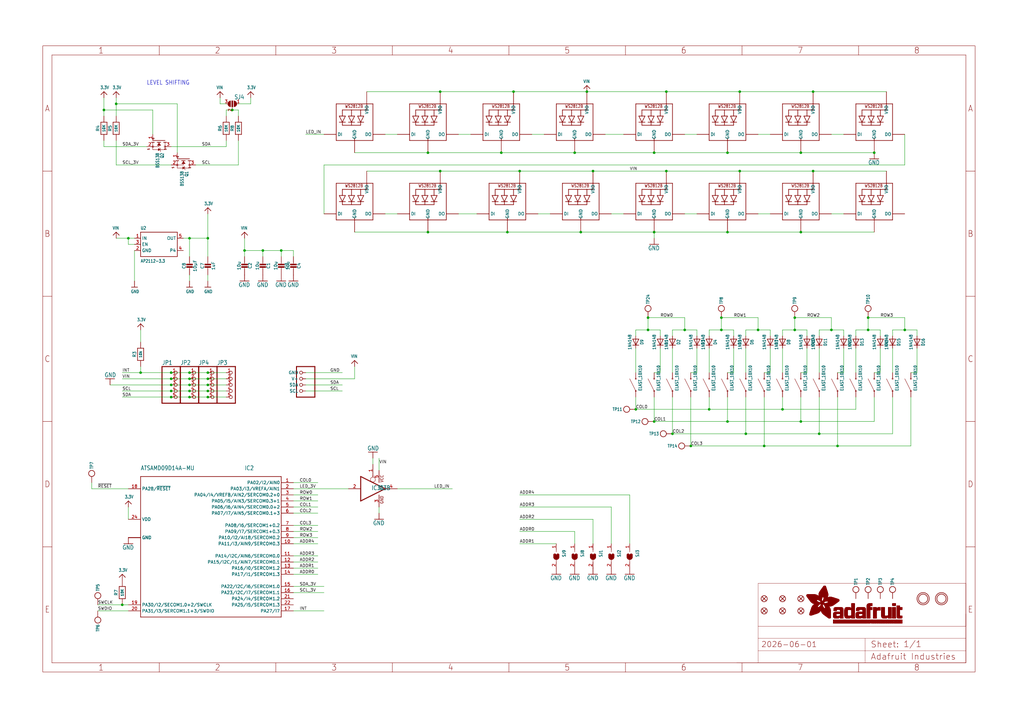
<source format=kicad_sch>
(kicad_sch (version 20230121) (generator eeschema)
  (paper "User" 425.45 298.602)
  (lib_symbols
    (symbol "working-eagle-import:3.3V" (power)
      (property "Value" "3.3V" (at -1.524 1.016 0))
      (symbol "3.3V_1_0"
        (pin power_in line (at 0 -2.54 90) (length 2.54) (name "3.3V") (number "1"))
      )
    )
    (symbol "working-eagle-import:741G125DBV"
      (property "Reference" "IC" (at -0.635 -0.635 0))
      (symbol "741G125DBV_1_0"
        (pin input line (at 0 10.16 270) (length 5.08) (name "OE") (number "1"))
        (pin input line (at -10.16 0 0) (length 5.08) (name "I") (number "2"))
        (pin tri_state line (at 10.16 0 180) (length 5.08) (name "O") (number "4"))
      )
      (symbol "741G125DBV_2_0"
        (text "GND" (at 1.905 -6.35 900) (effects (font (size 1.27 1.0795)) (justify left bottom)))
        (text "VCC" (at 1.905 2.54 900) (effects (font (size 1.27 1.0795)) (justify left bottom)))
        (pin power_in line (at 0 -7.62 90) (length 5.08) (name "GND") (number "3"))
        (pin power_in line (at 0 7.62 270) (length 5.08) (name "VCC") (number "5"))
      )
    )
    (symbol "working-eagle-import:ATSAMD09D14A-MU"
      (property "Reference" "IC" (at 12.7 33.02 0))
      (symbol "ATSAMD09D14A-MU_1_0"
        (pin bidirectional line (at 33.02 27.94 180) (length 5.08) (name "PA02/I2/AIN0") (number "1"))
        (pin bidirectional line (at 33.02 2.54 180) (length 5.08) (name "PA11/I3/AIN9/SERCOM0.3") (number "10"))
        (pin bidirectional line (at 33.02 -2.54 180) (length 5.08) (name "PA14/I2C/AIN6/SERCOM0.0") (number "11"))
        (pin bidirectional line (at 33.02 -5.08 180) (length 5.08) (name "PA15/I2C/I1/AIN7/SERCOM0.1") (number "12"))
        (pin bidirectional line (at 33.02 -7.62 180) (length 5.08) (name "PA16/I0/SERCOM1.2") (number "13"))
        (pin bidirectional line (at 33.02 -10.16 180) (length 5.08) (name "PA17/I1/SERCOM1.3") (number "14"))
        (pin bidirectional line (at 33.02 -15.24 180) (length 5.08) (name "PA22/I2C/I6/SERCOM1.0") (number "15"))
        (pin bidirectional line (at 33.02 -17.78 180) (length 5.08) (name "PA23/I2C/I7/SERCOM1.1") (number "16"))
        (pin bidirectional line (at 33.02 -25.4 180) (length 5.08) (name "PA27/I7") (number "17"))
        (pin bidirectional line (at -35.56 25.4 0) (length 5.08) (name "PA28/~{RESET}") (number "18"))
        (pin bidirectional line (at -35.56 -22.86 0) (length 5.08) (name "PA30/I2/SECOM1.0+2/SWCLK") (number "19"))
        (pin bidirectional line (at 33.02 25.4 180) (length 5.08) (name "PA03/I3/VREFA/AIN1") (number "2"))
        (pin bidirectional line (at -35.56 -25.4 0) (length 5.08) (name "PA31/I3/SERCOM1.1+3/SWDIO") (number "20"))
        (pin bidirectional line (at 33.02 -20.32 180) (length 5.08) (name "PA24/I4/SERCOM1.2") (number "21"))
        (pin bidirectional line (at 33.02 -22.86 180) (length 5.08) (name "PA25/I5/SERCOM1.3") (number "22"))
        (pin power_in line (at -35.56 5.08 0) (length 5.08) (name "GND") (number "23"))
        (pin power_in line (at -35.56 12.7 0) (length 5.08) (name "VDD") (number "24"))
        (pin bidirectional line (at 33.02 22.86 180) (length 5.08) (name "PA04/I4/VREFB/AIN2/SERCOM0.2+0") (number "3"))
        (pin bidirectional line (at 33.02 20.32 180) (length 5.08) (name "PA05/I5/AIN3/SERCOM0.3+1") (number "4"))
        (pin bidirectional line (at 33.02 17.78 180) (length 5.08) (name "PA06/I6/AIN4/SERCOM0.0+2") (number "5"))
        (pin bidirectional line (at 33.02 15.24 180) (length 5.08) (name "PA07/I7/AIN5/SERCOM0.1+3") (number "6"))
        (pin bidirectional line (at 33.02 10.16 180) (length 5.08) (name "PA08/I6/SERCOM1+0.2") (number "7"))
        (pin bidirectional line (at 33.02 7.62 180) (length 5.08) (name "PA09/I7/SERCOM1+0.3") (number "8"))
        (pin bidirectional line (at 33.02 5.08 180) (length 5.08) (name "PA10/I2/AI18/SERCOM0.2") (number "9"))
        (pin power_in line (at -35.56 5.08 0) (length 5.08) (name "GND") (number "THERM"))
      )
    )
    (symbol "working-eagle-import:CAP_CERAMIC0603_NO"
      (property "Reference" "C" (at -2.29 1.25 90))
      (symbol "CAP_CERAMIC0603_NO_1_0"
        (pin passive line (at 0 5.08 270) (length 2.54) (name "1") (number "1"))
        (pin passive line (at 0 -2.54 90) (length 2.54) (name "2") (number "2"))
      )
    )
    (symbol "working-eagle-import:CAP_CERAMIC0805-NOOUTLINE"
      (property "Reference" "C" (at -2.29 1.25 90))
      (symbol "CAP_CERAMIC0805-NOOUTLINE_1_0"
        (pin passive line (at 0 5.08 270) (length 2.54) (name "1") (number "1"))
        (pin passive line (at 0 -2.54 90) (length 2.54) (name "2") (number "2"))
      )
    )
    (symbol "working-eagle-import:DIODESOD-323"
      (property "Reference" "D" (at 0 2.54 0))
      (symbol "DIODESOD-323_1_0"
        (pin passive line (at -2.54 0 0) (length 2.54) (name "A") (number "A"))
        (pin passive line (at 2.54 0 180) (length 2.54) (name "C") (number "C"))
      )
    )
    (symbol "working-eagle-import:ELAST_10X10"
      (symbol "ELAST_10X10_1_0"
        (pin bidirectional line (at -5.08 0 0) (length 2.54) (name "P$1") (number "P$1"))
        (pin bidirectional line (at 5.08 0 180) (length 2.54) (name "P$2") (number "P$2"))
      )
    )
    (symbol "working-eagle-import:FIDUCIAL_1MM")
    (symbol "working-eagle-import:FRAME_A3_ADAFRUIT"
      (symbol "FRAME_A3_ADAFRUIT_1_0"
        (text "${#}/${##}" (at 357.505 10.16 0) (effects (font (size 2.54 2.54)) (justify left bottom)))
        (text "${CURRENT_DATE}" (at 298.45 10.16 0) (effects (font (size 2.286 2.286)) (justify left bottom)))
        (text "${PROJECTNAME}" (at 298.45 15.24 0) (effects (font (size 2.54 2.54)) (justify left bottom)))
        (text "1" (at 24.2094 1.905 0) (effects (font (size 2.54 2.286))))
        (text "1" (at 24.2094 258.445 0) (effects (font (size 2.54 2.286))))
        (text "2" (at 72.6281 1.905 0) (effects (font (size 2.54 2.286))))
        (text "2" (at 72.6281 258.445 0) (effects (font (size 2.54 2.286))))
        (text "3" (at 121.0469 1.905 0) (effects (font (size 2.54 2.286))))
        (text "3" (at 121.0469 258.445 0) (effects (font (size 2.54 2.286))))
        (text "4" (at 169.4656 1.905 0) (effects (font (size 2.54 2.286))))
        (text "4" (at 169.4656 258.445 0) (effects (font (size 2.54 2.286))))
        (text "5" (at 217.8844 1.905 0) (effects (font (size 2.54 2.286))))
        (text "5" (at 217.8844 258.445 0) (effects (font (size 2.54 2.286))))
        (text "6" (at 266.3031 1.905 0) (effects (font (size 2.54 2.286))))
        (text "6" (at 266.3031 258.445 0) (effects (font (size 2.54 2.286))))
        (text "7" (at 314.7219 1.905 0) (effects (font (size 2.54 2.286))))
        (text "7" (at 314.7219 258.445 0) (effects (font (size 2.54 2.286))))
        (text "8" (at 363.1406 1.905 0) (effects (font (size 2.54 2.286))))
        (text "8" (at 363.1406 258.445 0) (effects (font (size 2.54 2.286))))
        (text "A" (at 1.905 234.315 0) (effects (font (size 2.54 2.286))))
        (text "A" (at 385.445 234.315 0) (effects (font (size 2.54 2.286))))
        (text "Adafruit Industries" (at 343.916 4.953 0) (effects (font (size 2.54 2.54)) (justify left bottom)))
        (text "B" (at 1.905 182.245 0) (effects (font (size 2.54 2.286))))
        (text "B" (at 385.445 182.245 0) (effects (font (size 2.54 2.286))))
        (text "C" (at 1.905 130.175 0) (effects (font (size 2.54 2.286))))
        (text "C" (at 385.445 130.175 0) (effects (font (size 2.54 2.286))))
        (text "D" (at 1.905 78.105 0) (effects (font (size 2.54 2.286))))
        (text "D" (at 385.445 78.105 0) (effects (font (size 2.54 2.286))))
        (text "E" (at 1.905 26.035 0) (effects (font (size 2.54 2.286))))
        (text "E" (at 385.445 26.035 0) (effects (font (size 2.54 2.286))))
        (text "Sheet:" (at 343.916 10.033 0) (effects (font (size 2.54 2.54)) (justify left bottom)))
      )
    )
    (symbol "working-eagle-import:GND" (power)
      (property "Value" "GND" (at -1.524 -2.54 0))
      (symbol "GND_1_0"
        (pin power_in line (at 0 2.54 270) (length 2.54) (name "GND") (number "1"))
      )
    )
    (symbol "working-eagle-import:HEADER-1X5EDGESMT"
      (property "Reference" "JP" (at -6.35 8.255 0))
      (symbol "HEADER-1X5EDGESMT_1_0"
        (pin passive inverted (at -2.54 5.08 0) (length 2.54) (name "1") (number "1"))
        (pin passive inverted (at -2.54 2.54 0) (length 2.54) (name "2") (number "2"))
        (pin passive inverted (at -2.54 0 0) (length 2.54) (name "3") (number "3"))
        (pin passive inverted (at -2.54 -2.54 0) (length 2.54) (name "4") (number "4"))
        (pin passive inverted (at -2.54 -5.08 0) (length 2.54) (name "5") (number "5"))
      )
    )
    (symbol "working-eagle-import:MOSFET-NWIDE"
      (property "Reference" "Q" (at 5.08 0.635 0))
      (symbol "MOSFET-NWIDE_1_0"
        (text "D" (at 3.175 3.175 0) (effects (font (size 0.8128 0.6908)) (justify left bottom)))
        (text "G" (at -1.27 -1.905 0) (effects (font (size 0.8128 0.6908)) (justify left bottom)))
        (text "S" (at 3.175 -3.81 0) (effects (font (size 0.8128 0.6908)) (justify left bottom)))
        (pin bidirectional line (at -2.54 -2.54 0) (length 2.54) (name "G") (number "1"))
        (pin bidirectional line (at 2.54 -5.08 90) (length 2.54) (name "S") (number "2"))
        (pin bidirectional line (at 2.54 5.08 270) (length 2.54) (name "D") (number "3"))
      )
    )
    (symbol "working-eagle-import:MOUNTINGHOLE2.5")
    (symbol "working-eagle-import:RESISTOR_0603_NOOUT"
      (property "Reference" "R" (at 0 2.54 0))
      (symbol "RESISTOR_0603_NOOUT_1_0"
        (pin passive line (at -5.08 0 0) (length 2.54) (name "1") (number "1"))
        (pin passive line (at 5.08 0 180) (length 2.54) (name "2") (number "2"))
      )
    )
    (symbol "working-eagle-import:SOLDERJUMPER"
      (property "Reference" "SJ" (at -2.54 2.54 0))
      (symbol "SOLDERJUMPER_1_0"
        (pin passive line (at -5.08 0 0) (length 2.54) (name "1") (number "1"))
        (pin passive line (at 5.08 0 180) (length 2.54) (name "2") (number "2"))
      )
    )
    (symbol "working-eagle-import:SOLDERJUMPER_2WAY"
      (property "Reference" "SJ" (at -5.08 -3.81 0))
      (symbol "SOLDERJUMPER_2WAY_1_0"
        (pin passive line (at -2.54 0 0) (length 0) (name "1") (number "1"))
        (pin passive line (at 0 2.54 270) (length 0) (name "2") (number "2"))
        (pin passive line (at 2.54 0 180) (length 0) (name "3") (number "3"))
      )
    )
    (symbol "working-eagle-import:STEMMA_I2C_RASMT"
      (symbol "STEMMA_I2C_RASMT_1_0"
        (pin passive inverted (at 0 5.08 0) (length 2.54) (name "GND") (number "1"))
        (pin passive inverted (at 0 2.54 0) (length 2.54) (name "V+") (number "2"))
        (pin passive inverted (at 0 0 0) (length 2.54) (name "SDA") (number "3"))
        (pin passive inverted (at 0 -2.54 0) (length 2.54) (name "SCL") (number "4"))
      )
      (symbol "STEMMA_I2C_RASMT_2_0"
        (pin bidirectional line (at 0 0 0) (length 5.08) (name "MT") (number "NC1"))
      )
      (symbol "STEMMA_I2C_RASMT_3_0"
        (pin bidirectional line (at 0 0 0) (length 5.08) (name "MT") (number "NC2"))
      )
    )
    (symbol "working-eagle-import:TESTPOINT"
      (property "Reference" "TP" (at 0 5.588 90))
      (symbol "TESTPOINT_1_0"
        (pin bidirectional line (at 0 0 90) (length 2.54) (name "P$1") (number "P$1"))
      )
    )
    (symbol "working-eagle-import:TESTPOINTROUND1.5MM"
      (property "Reference" "TP" (at 0 5.588 90))
      (symbol "TESTPOINTROUND1.5MM_1_0"
        (pin bidirectional line (at 0 0 90) (length 2.54) (name "P$1") (number "P$1"))
      )
    )
    (symbol "working-eagle-import:TESTPOINTROUND2MM"
      (property "Reference" "TP" (at 0 5.588 90))
      (symbol "TESTPOINTROUND2MM_1_0"
        (pin bidirectional line (at 0 0 90) (length 2.54) (name "P$1") (number "P$1"))
      )
    )
    (symbol "working-eagle-import:VIN" (power)
      (property "Value" "VIN" (at -1.524 1.016 0))
      (symbol "VIN_1_0"
        (pin power_in line (at 0 -2.54 90) (length 2.54) (name "VIN") (number "1"))
      )
    )
    (symbol "working-eagle-import:VREG_SOT23-5"
      (property "Reference" "U" (at -7.62 6.096 0))
      (symbol "VREG_SOT23-5_1_0"
        (pin power_in line (at -10.16 2.54 0) (length 2.54) (name "IN") (number "1"))
        (pin power_in line (at -10.16 -2.54 0) (length 2.54) (name "GND") (number "2"))
        (pin input line (at -10.16 0 0) (length 2.54) (name "EN") (number "3"))
        (pin bidirectional line (at 10.16 -2.54 180) (length 2.54) (name "P4") (number "4"))
        (pin power_in line (at 10.16 2.54 180) (length 2.54) (name "OUT") (number "5"))
      )
    )
    (symbol "working-eagle-import:WS2812B3535"
      (symbol "WS2812B3535_1_0"
        (text "WS2812B" (at -4.064 8.382 0) (effects (font (size 1.27 1.0795)) (justify left bottom)))
        (pin input line (at -12.7 -2.54 0) (length 5.08) (name "DI") (number "1"))
        (pin power_in line (at 5.08 15.24 270) (length 5.08) (name "VDD") (number "2"))
        (pin output line (at 12.7 -2.54 180) (length 5.08) (name "DO") (number "3"))
        (pin power_in line (at 0 -10.16 90) (length 5.08) (name "GND") (number "4"))
      )
    )
    (symbol "working-eagle-import:supply1_GND" (power)
      (property "Value" "supply1_GND" (at -2.54 -2.54 0))
      (symbol "supply1_GND_1_0"
        (pin power_in line (at 0 2.54 270) (length 2.54) (name "GND") (number "1"))
      )
    )
  )
  (junction (at 78.74 160.02))
  (junction (at 337.82 38.1))
  (junction (at 101.6 104.14))
  (junction (at 284.48 137.16))
  (junction (at 299.72 132.08))
  (junction (at 210.82 96.52))
  (junction (at 71.12 162.56))
  (junction (at 243.84 38.1))
  (junction (at 276.86 38.1))
  (junction (at 78.74 165.1))
  (junction (at 307.34 38.1))
  (junction (at 177.8 96.52))
  (junction (at 360.68 137.16))
  (junction (at 215.9 71.12))
  (junction (at 347.98 185.42))
  (junction (at 109.22 104.14))
  (junction (at 182.88 71.12))
  (junction (at 325.12 170.18))
  (junction (at 330.2 132.08))
  (junction (at 294.64 170.18))
  (junction (at 271.78 96.52))
  (junction (at 71.12 154.94))
  (junction (at 71.12 157.48))
  (junction (at 78.74 154.94))
  (junction (at 271.78 175.26))
  (junction (at 96.52 45.72))
  (junction (at 246.38 71.12))
  (junction (at 86.36 160.02))
  (junction (at 363.22 63.5))
  (junction (at 269.24 132.08))
  (junction (at 71.12 165.1))
  (junction (at 78.74 157.48))
  (junction (at 309.88 180.34))
  (junction (at 360.68 132.08))
  (junction (at 71.12 160.02))
  (junction (at 271.78 63.5))
  (junction (at 78.74 99.06))
  (junction (at 299.72 137.16))
  (junction (at 50.8 251.46))
  (junction (at 302.26 96.52))
  (junction (at 43.18 45.72))
  (junction (at 302.26 63.5))
  (junction (at 86.36 165.1))
  (junction (at 345.44 137.16))
  (junction (at 269.24 137.16))
  (junction (at 287.02 185.42))
  (junction (at 332.74 96.52))
  (junction (at 279.4 180.34))
  (junction (at 317.5 185.42))
  (junction (at 276.86 71.12))
  (junction (at 53.34 99.06))
  (junction (at 78.74 162.56))
  (junction (at 208.28 63.5))
  (junction (at 86.36 99.06))
  (junction (at 182.88 38.1))
  (junction (at 86.36 157.48))
  (junction (at 116.84 104.14))
  (junction (at 213.36 38.1))
  (junction (at 307.34 71.12))
  (junction (at 48.26 43.18))
  (junction (at 177.8 63.5))
  (junction (at 86.36 162.56))
  (junction (at 314.96 137.16))
  (junction (at 264.16 170.18))
  (junction (at 86.36 154.94))
  (junction (at 302.26 175.26))
  (junction (at 238.76 63.5))
  (junction (at 58.42 154.94))
  (junction (at 330.2 137.16))
  (junction (at 332.74 63.5))
  (junction (at 375.92 137.16))
  (junction (at 340.36 180.34))
  (junction (at 241.3 96.52))
  (junction (at 332.74 175.26))
  (junction (at 337.82 71.12))
  (wire (pts (xy 246.38 215.9) (xy 215.9 215.9)) (stroke (width 0.1524)))
  (wire (pts (xy 299.72 137.16) (xy 304.8 137.16)) (stroke (width 0.1524)))
  (wire (pts (xy 81.28 68.58) (xy 99.06 68.58)) (stroke (width 0.1524)))
  (wire (pts (xy 160.02 88.9) (xy 165.1 88.9)) (stroke (width 0.1524)))
  (wire (pts (xy 99.06 45.72) (xy 96.52 45.72)) (stroke (width 0.1524)))
  (wire (pts (xy 355.6 170.18) (xy 355.6 165.1)) (stroke (width 0.1524)))
  (wire (pts (xy 91.44 43.18) (xy 91.44 40.64)) (stroke (width 0.1524)))
  (wire (pts (xy 121.92 246.38) (xy 134.62 246.38)) (stroke (width 0.1524)))
  (wire (pts (xy 271.78 96.52) (xy 302.26 96.52)) (stroke (width 0.1524)))
  (wire (pts (xy 279.4 165.1) (xy 279.4 180.34)) (stroke (width 0.1524)))
  (wire (pts (xy 220.98 55.88) (xy 226.06 55.88)) (stroke (width 0.1524)))
  (wire (pts (xy 238.76 63.5) (xy 208.28 63.5)) (stroke (width 0.1524)))
  (wire (pts (xy 261.62 226.06) (xy 261.62 205.74)) (stroke (width 0.1524)))
  (wire (pts (xy 360.68 132.08) (xy 375.92 132.08)) (stroke (width 0.1524)))
  (wire (pts (xy 147.32 96.52) (xy 177.8 96.52)) (stroke (width 0.1524)))
  (wire (pts (xy 99.06 43.18) (xy 104.14 43.18)) (stroke (width 0.1524)))
  (wire (pts (xy 345.44 132.08) (xy 345.44 137.16)) (stroke (width 0.1524)))
  (wire (pts (xy 190.5 88.9) (xy 198.12 88.9)) (stroke (width 0.1524)))
  (wire (pts (xy 320.04 154.94) (xy 320.04 144.78)) (stroke (width 0.1524)))
  (wire (pts (xy 299.72 132.08) (xy 314.96 132.08)) (stroke (width 0.1524)))
  (wire (pts (xy 271.78 99.06) (xy 271.78 96.52)) (stroke (width 0.1524)))
  (wire (pts (xy 53.34 99.06) (xy 53.34 101.6)) (stroke (width 0.1524)))
  (wire (pts (xy 246.38 71.12) (xy 276.86 71.12)) (stroke (width 0.1524)))
  (wire (pts (xy 71.12 162.56) (xy 78.74 162.56)) (stroke (width 0.1524)))
  (wire (pts (xy 93.98 43.18) (xy 91.44 43.18)) (stroke (width 0.1524)))
  (wire (pts (xy 347.98 154.94) (xy 350.52 154.94)) (stroke (width 0.1524)))
  (wire (pts (xy 304.8 137.16) (xy 304.8 139.7)) (stroke (width 0.1524)))
  (wire (pts (xy 86.36 157.48) (xy 93.98 157.48)) (stroke (width 0.1524)))
  (wire (pts (xy 345.44 88.9) (xy 350.52 88.9)) (stroke (width 0.1524)))
  (wire (pts (xy 208.28 63.5) (xy 177.8 63.5)) (stroke (width 0.1524)))
  (wire (pts (xy 284.48 132.08) (xy 284.48 137.16)) (stroke (width 0.1524)))
  (wire (pts (xy 355.6 137.16) (xy 360.68 137.16)) (stroke (width 0.1524)))
  (wire (pts (xy 182.88 71.12) (xy 215.9 71.12)) (stroke (width 0.1524)))
  (wire (pts (xy 279.4 154.94) (xy 279.4 144.78)) (stroke (width 0.1524)))
  (wire (pts (xy 269.24 137.16) (xy 264.16 137.16)) (stroke (width 0.1524)))
  (wire (pts (xy 55.88 99.06) (xy 53.34 99.06)) (stroke (width 0.1524)))
  (wire (pts (xy 360.68 137.16) (xy 365.76 137.16)) (stroke (width 0.1524)))
  (wire (pts (xy 304.8 154.94) (xy 304.8 144.78)) (stroke (width 0.1524)))
  (wire (pts (xy 121.92 243.84) (xy 134.62 243.84)) (stroke (width 0.1524)))
  (wire (pts (xy 279.4 180.34) (xy 309.88 180.34)) (stroke (width 0.1524)))
  (wire (pts (xy 127 162.56) (xy 142.24 162.56)) (stroke (width 0.1524)))
  (wire (pts (xy 330.2 132.08) (xy 345.44 132.08)) (stroke (width 0.1524)))
  (wire (pts (xy 340.36 154.94) (xy 340.36 144.78)) (stroke (width 0.1524)))
  (wire (pts (xy 48.26 43.18) (xy 48.26 40.64)) (stroke (width 0.1524)))
  (wire (pts (xy 337.82 71.12) (xy 368.3 71.12)) (stroke (width 0.1524)))
  (wire (pts (xy 63.5 55.88) (xy 63.5 45.72)) (stroke (width 0.1524)))
  (wire (pts (xy 48.26 68.58) (xy 48.26 58.42)) (stroke (width 0.1524)))
  (wire (pts (xy 121.92 238.76) (xy 132.08 238.76)) (stroke (width 0.1524)))
  (wire (pts (xy 350.52 154.94) (xy 350.52 144.78)) (stroke (width 0.1524)))
  (wire (pts (xy 45.72 160.02) (xy 71.12 160.02)) (stroke (width 0.1524)))
  (wire (pts (xy 271.78 165.1) (xy 271.78 175.26)) (stroke (width 0.1524)))
  (wire (pts (xy 86.36 114.3) (xy 86.36 116.84)) (stroke (width 0.1524)))
  (wire (pts (xy 215.9 71.12) (xy 246.38 71.12)) (stroke (width 0.1524)))
  (wire (pts (xy 340.36 165.1) (xy 340.36 180.34)) (stroke (width 0.1524)))
  (wire (pts (xy 134.62 68.58) (xy 375.92 68.58)) (stroke (width 0.1524)))
  (wire (pts (xy 375.92 132.08) (xy 375.92 137.16)) (stroke (width 0.1524)))
  (wire (pts (xy 53.34 203.2) (xy 38.1 203.2)) (stroke (width 0.1524)))
  (wire (pts (xy 71.12 162.56) (xy 50.8 162.56)) (stroke (width 0.1524)))
  (wire (pts (xy 284.48 132.08) (xy 269.24 132.08)) (stroke (width 0.1524)))
  (wire (pts (xy 335.28 137.16) (xy 335.28 139.7)) (stroke (width 0.1524)))
  (wire (pts (xy 271.78 175.26) (xy 302.26 175.26)) (stroke (width 0.1524)))
  (wire (pts (xy 134.62 88.9) (xy 134.62 68.58)) (stroke (width 0.1524)))
  (wire (pts (xy 307.34 71.12) (xy 337.82 71.12)) (stroke (width 0.1524)))
  (wire (pts (xy 302.26 63.5) (xy 271.78 63.5)) (stroke (width 0.1524)))
  (wire (pts (xy 116.84 106.68) (xy 116.84 104.14)) (stroke (width 0.1524)))
  (wire (pts (xy 309.88 137.16) (xy 314.96 137.16)) (stroke (width 0.1524)))
  (wire (pts (xy 86.36 99.06) (xy 86.36 88.9)) (stroke (width 0.1524)))
  (wire (pts (xy 127 154.94) (xy 142.24 154.94)) (stroke (width 0.1524)))
  (wire (pts (xy 363.22 154.94) (xy 365.76 154.94)) (stroke (width 0.1524)))
  (wire (pts (xy 271.78 154.94) (xy 274.32 154.94)) (stroke (width 0.1524)))
  (wire (pts (xy 302.26 96.52) (xy 332.74 96.52)) (stroke (width 0.1524)))
  (wire (pts (xy 332.74 175.26) (xy 363.22 175.26)) (stroke (width 0.1524)))
  (wire (pts (xy 78.74 154.94) (xy 86.36 154.94)) (stroke (width 0.1524)))
  (wire (pts (xy 264.16 154.94) (xy 264.16 144.78)) (stroke (width 0.1524)))
  (wire (pts (xy 121.92 231.14) (xy 132.08 231.14)) (stroke (width 0.1524)))
  (wire (pts (xy 121.92 205.74) (xy 132.08 205.74)) (stroke (width 0.1524)))
  (wire (pts (xy 381 137.16) (xy 381 139.7)) (stroke (width 0.1524)))
  (wire (pts (xy 210.82 96.52) (xy 241.3 96.52)) (stroke (width 0.1524)))
  (wire (pts (xy 71.12 165.1) (xy 78.74 165.1)) (stroke (width 0.1524)))
  (wire (pts (xy 104.14 43.18) (xy 104.14 40.64)) (stroke (width 0.1524)))
  (wire (pts (xy 53.34 99.06) (xy 48.26 99.06)) (stroke (width 0.1524)))
  (wire (pts (xy 121.92 223.52) (xy 132.08 223.52)) (stroke (width 0.1524)))
  (wire (pts (xy 86.36 154.94) (xy 93.98 154.94)) (stroke (width 0.1524)))
  (wire (pts (xy 187.96 203.2) (xy 165.1 203.2)) (stroke (width 0.1524)))
  (wire (pts (xy 157.48 213.36) (xy 157.48 210.82)) (stroke (width 0.1524)))
  (wire (pts (xy 360.68 132.08) (xy 360.68 137.16)) (stroke (width 0.1524)))
  (wire (pts (xy 99.06 68.58) (xy 99.06 58.42)) (stroke (width 0.1524)))
  (wire (pts (xy 325.12 137.16) (xy 330.2 137.16)) (stroke (width 0.1524)))
  (wire (pts (xy 289.56 154.94) (xy 289.56 144.78)) (stroke (width 0.1524)))
  (wire (pts (xy 264.16 170.18) (xy 294.64 170.18)) (stroke (width 0.1524)))
  (wire (pts (xy 325.12 165.1) (xy 325.12 170.18)) (stroke (width 0.1524)))
  (wire (pts (xy 347.98 185.42) (xy 378.46 185.42)) (stroke (width 0.1524)))
  (wire (pts (xy 355.6 154.94) (xy 355.6 144.78)) (stroke (width 0.1524)))
  (wire (pts (xy 294.64 170.18) (xy 325.12 170.18)) (stroke (width 0.1524)))
  (wire (pts (xy 73.66 43.18) (xy 48.26 43.18)) (stroke (width 0.1524)))
  (wire (pts (xy 370.84 180.34) (xy 370.84 165.1)) (stroke (width 0.1524)))
  (wire (pts (xy 330.2 137.16) (xy 335.28 137.16)) (stroke (width 0.1524)))
  (wire (pts (xy 317.5 185.42) (xy 347.98 185.42)) (stroke (width 0.1524)))
  (wire (pts (xy 370.84 137.16) (xy 375.92 137.16)) (stroke (width 0.1524)))
  (wire (pts (xy 314.96 137.16) (xy 320.04 137.16)) (stroke (width 0.1524)))
  (wire (pts (xy 160.02 55.88) (xy 165.1 55.88)) (stroke (width 0.1524)))
  (wire (pts (xy 101.6 104.14) (xy 101.6 99.06)) (stroke (width 0.1524)))
  (wire (pts (xy 40.64 251.46) (xy 50.8 251.46)) (stroke (width 0.1524)))
  (wire (pts (xy 355.6 139.7) (xy 355.6 137.16)) (stroke (width 0.1524)))
  (wire (pts (xy 121.92 236.22) (xy 132.08 236.22)) (stroke (width 0.1524)))
  (wire (pts (xy 302.26 175.26) (xy 332.74 175.26)) (stroke (width 0.1524)))
  (wire (pts (xy 55.88 104.14) (xy 55.88 116.84)) (stroke (width 0.1524)))
  (wire (pts (xy 314.96 88.9) (xy 320.04 88.9)) (stroke (width 0.1524)))
  (wire (pts (xy 254 210.82) (xy 215.9 210.82)) (stroke (width 0.1524)))
  (wire (pts (xy 43.18 48.26) (xy 43.18 45.72)) (stroke (width 0.1524)))
  (wire (pts (xy 134.62 55.88) (xy 127 55.88)) (stroke (width 0.1524)))
  (wire (pts (xy 60.96 60.96) (xy 43.18 60.96)) (stroke (width 0.1524)))
  (wire (pts (xy 370.84 154.94) (xy 370.84 144.78)) (stroke (width 0.1524)))
  (wire (pts (xy 294.64 137.16) (xy 299.72 137.16)) (stroke (width 0.1524)))
  (wire (pts (xy 365.76 154.94) (xy 365.76 144.78)) (stroke (width 0.1524)))
  (wire (pts (xy 58.42 142.24) (xy 58.42 137.16)) (stroke (width 0.1524)))
  (wire (pts (xy 78.74 165.1) (xy 86.36 165.1)) (stroke (width 0.1524)))
  (wire (pts (xy 279.4 137.16) (xy 284.48 137.16)) (stroke (width 0.1524)))
  (wire (pts (xy 43.18 45.72) (xy 43.18 40.64)) (stroke (width 0.1524)))
  (wire (pts (xy 309.88 165.1) (xy 309.88 180.34)) (stroke (width 0.1524)))
  (wire (pts (xy 309.88 154.94) (xy 309.88 144.78)) (stroke (width 0.1524)))
  (wire (pts (xy 215.9 226.06) (xy 231.14 226.06)) (stroke (width 0.1524)))
  (wire (pts (xy 287.02 185.42) (xy 317.5 185.42)) (stroke (width 0.1524)))
  (wire (pts (xy 127 160.02) (xy 142.24 160.02)) (stroke (width 0.1524)))
  (wire (pts (xy 363.22 63.5) (xy 332.74 63.5)) (stroke (width 0.1524)))
  (wire (pts (xy 294.64 165.1) (xy 294.64 170.18)) (stroke (width 0.1524)))
  (wire (pts (xy 78.74 157.48) (xy 86.36 157.48)) (stroke (width 0.1524)))
  (wire (pts (xy 71.12 60.96) (xy 93.98 60.96)) (stroke (width 0.1524)))
  (wire (pts (xy 121.92 106.68) (xy 121.92 104.14)) (stroke (width 0.1524)))
  (wire (pts (xy 127 157.48) (xy 147.32 157.48)) (stroke (width 0.1524)))
  (wire (pts (xy 287.02 154.94) (xy 289.56 154.94)) (stroke (width 0.1524)))
  (wire (pts (xy 109.22 106.68) (xy 109.22 104.14)) (stroke (width 0.1524)))
  (wire (pts (xy 340.36 180.34) (xy 370.84 180.34)) (stroke (width 0.1524)))
  (wire (pts (xy 365.76 137.16) (xy 365.76 139.7)) (stroke (width 0.1524)))
  (wire (pts (xy 276.86 71.12) (xy 307.34 71.12)) (stroke (width 0.1524)))
  (wire (pts (xy 325.12 154.94) (xy 325.12 144.78)) (stroke (width 0.1524)))
  (wire (pts (xy 73.66 63.5) (xy 73.66 43.18)) (stroke (width 0.1524)))
  (wire (pts (xy 86.36 160.02) (xy 93.98 160.02)) (stroke (width 0.1524)))
  (wire (pts (xy 78.74 160.02) (xy 86.36 160.02)) (stroke (width 0.1524)))
  (wire (pts (xy 121.92 220.98) (xy 132.08 220.98)) (stroke (width 0.1524)))
  (wire (pts (xy 274.32 154.94) (xy 274.32 144.78)) (stroke (width 0.1524)))
  (wire (pts (xy 177.8 96.52) (xy 210.82 96.52)) (stroke (width 0.1524)))
  (wire (pts (xy 370.84 139.7) (xy 370.84 137.16)) (stroke (width 0.1524)))
  (wire (pts (xy 347.98 165.1) (xy 347.98 185.42)) (stroke (width 0.1524)))
  (wire (pts (xy 302.26 165.1) (xy 302.26 175.26)) (stroke (width 0.1524)))
  (wire (pts (xy 58.42 152.4) (xy 58.42 154.94)) (stroke (width 0.1524)))
  (wire (pts (xy 78.74 99.06) (xy 86.36 99.06)) (stroke (width 0.1524)))
  (wire (pts (xy 284.48 137.16) (xy 289.56 137.16)) (stroke (width 0.1524)))
  (wire (pts (xy 276.86 38.1) (xy 307.34 38.1)) (stroke (width 0.1524)))
  (wire (pts (xy 261.62 205.74) (xy 215.9 205.74)) (stroke (width 0.1524)))
  (wire (pts (xy 48.26 48.26) (xy 48.26 43.18)) (stroke (width 0.1524)))
  (wire (pts (xy 314.96 132.08) (xy 314.96 137.16)) (stroke (width 0.1524)))
  (wire (pts (xy 254 88.9) (xy 259.08 88.9)) (stroke (width 0.1524)))
  (wire (pts (xy 43.18 60.96) (xy 43.18 58.42)) (stroke (width 0.1524)))
  (wire (pts (xy 254 226.06) (xy 254 210.82)) (stroke (width 0.1524)))
  (wire (pts (xy 340.36 137.16) (xy 345.44 137.16)) (stroke (width 0.1524)))
  (wire (pts (xy 378.46 154.94) (xy 381 154.94)) (stroke (width 0.1524)))
  (wire (pts (xy 71.12 157.48) (xy 50.8 157.48)) (stroke (width 0.1524)))
  (wire (pts (xy 121.92 200.66) (xy 132.08 200.66)) (stroke (width 0.1524)))
  (wire (pts (xy 332.74 154.94) (xy 335.28 154.94)) (stroke (width 0.1524)))
  (wire (pts (xy 274.32 137.16) (xy 269.24 137.16)) (stroke (width 0.1524)))
  (wire (pts (xy 121.92 210.82) (xy 132.08 210.82)) (stroke (width 0.1524)))
  (wire (pts (xy 264.16 165.1) (xy 264.16 170.18)) (stroke (width 0.1524)))
  (wire (pts (xy 121.92 233.68) (xy 132.08 233.68)) (stroke (width 0.1524)))
  (wire (pts (xy 50.8 251.46) (xy 53.34 251.46)) (stroke (width 0.1524)))
  (wire (pts (xy 213.36 38.1) (xy 243.84 38.1)) (stroke (width 0.1524)))
  (wire (pts (xy 274.32 139.7) (xy 274.32 137.16)) (stroke (width 0.1524)))
  (wire (pts (xy 71.12 160.02) (xy 78.74 160.02)) (stroke (width 0.1524)))
  (wire (pts (xy 279.4 139.7) (xy 279.4 137.16)) (stroke (width 0.1524)))
  (wire (pts (xy 294.64 154.94) (xy 294.64 144.78)) (stroke (width 0.1524)))
  (wire (pts (xy 332.74 63.5) (xy 302.26 63.5)) (stroke (width 0.1524)))
  (wire (pts (xy 215.9 220.98) (xy 238.76 220.98)) (stroke (width 0.1524)))
  (wire (pts (xy 76.2 99.06) (xy 78.74 99.06)) (stroke (width 0.1524)))
  (wire (pts (xy 152.4 38.1) (xy 182.88 38.1)) (stroke (width 0.1524)))
  (wire (pts (xy 340.36 139.7) (xy 340.36 137.16)) (stroke (width 0.1524)))
  (wire (pts (xy 289.56 137.16) (xy 289.56 139.7)) (stroke (width 0.1524)))
  (wire (pts (xy 121.92 208.28) (xy 132.08 208.28)) (stroke (width 0.1524)))
  (wire (pts (xy 177.8 63.5) (xy 147.32 63.5)) (stroke (width 0.1524)))
  (wire (pts (xy 109.22 104.14) (xy 101.6 104.14)) (stroke (width 0.1524)))
  (wire (pts (xy 121.92 203.2) (xy 144.78 203.2)) (stroke (width 0.1524)))
  (wire (pts (xy 269.24 132.08) (xy 269.24 137.16)) (stroke (width 0.1524)))
  (wire (pts (xy 299.72 132.08) (xy 299.72 137.16)) (stroke (width 0.1524)))
  (wire (pts (xy 78.74 162.56) (xy 86.36 162.56)) (stroke (width 0.1524)))
  (wire (pts (xy 78.74 106.68) (xy 78.74 99.06)) (stroke (width 0.1524)))
  (wire (pts (xy 121.92 104.14) (xy 116.84 104.14)) (stroke (width 0.1524)))
  (wire (pts (xy 190.5 55.88) (xy 195.58 55.88)) (stroke (width 0.1524)))
  (wire (pts (xy 345.44 137.16) (xy 350.52 137.16)) (stroke (width 0.1524)))
  (wire (pts (xy 71.12 68.58) (xy 48.26 68.58)) (stroke (width 0.1524)))
  (wire (pts (xy 38.1 203.2) (xy 38.1 200.66)) (stroke (width 0.1524)))
  (wire (pts (xy 93.98 45.72) (xy 93.98 48.26)) (stroke (width 0.1524)))
  (wire (pts (xy 86.36 162.56) (xy 93.98 162.56)) (stroke (width 0.1524)))
  (wire (pts (xy 337.82 38.1) (xy 368.3 38.1)) (stroke (width 0.1524)))
  (wire (pts (xy 182.88 38.1) (xy 213.36 38.1)) (stroke (width 0.1524)))
  (wire (pts (xy 71.12 154.94) (xy 78.74 154.94)) (stroke (width 0.1524)))
  (wire (pts (xy 332.74 165.1) (xy 332.74 175.26)) (stroke (width 0.1524)))
  (wire (pts (xy 238.76 220.98) (xy 238.76 226.06)) (stroke (width 0.1524)))
  (wire (pts (xy 320.04 137.16) (xy 320.04 139.7)) (stroke (width 0.1524)))
  (wire (pts (xy 78.74 114.3) (xy 78.74 116.84)) (stroke (width 0.1524)))
  (wire (pts (xy 53.34 101.6) (xy 55.88 101.6)) (stroke (width 0.1524)))
  (wire (pts (xy 96.52 45.72) (xy 93.98 45.72)) (stroke (width 0.1524)))
  (wire (pts (xy 294.64 139.7) (xy 294.64 137.16)) (stroke (width 0.1524)))
  (wire (pts (xy 121.92 226.06) (xy 132.08 226.06)) (stroke (width 0.1524)))
  (wire (pts (xy 134.62 254) (xy 121.92 254)) (stroke (width 0.1524)))
  (wire (pts (xy 378.46 185.42) (xy 378.46 165.1)) (stroke (width 0.1524)))
  (wire (pts (xy 223.52 88.9) (xy 228.6 88.9)) (stroke (width 0.1524)))
  (wire (pts (xy 121.92 218.44) (xy 132.08 218.44)) (stroke (width 0.1524)))
  (wire (pts (xy 307.34 38.1) (xy 337.82 38.1)) (stroke (width 0.1524)))
  (wire (pts (xy 71.12 154.94) (xy 58.42 154.94)) (stroke (width 0.1524)))
  (wire (pts (xy 152.4 71.12) (xy 182.88 71.12)) (stroke (width 0.1524)))
  (wire (pts (xy 71.12 165.1) (xy 50.8 165.1)) (stroke (width 0.1524)))
  (wire (pts (xy 264.16 137.16) (xy 264.16 139.7)) (stroke (width 0.1524)))
  (wire (pts (xy 309.88 139.7) (xy 309.88 137.16)) (stroke (width 0.1524)))
  (wire (pts (xy 381 154.94) (xy 381 144.78)) (stroke (width 0.1524)))
  (wire (pts (xy 157.48 195.58) (xy 157.48 190.5)) (stroke (width 0.1524)))
  (wire (pts (xy 309.88 180.34) (xy 340.36 180.34)) (stroke (width 0.1524)))
  (wire (pts (xy 121.92 213.36) (xy 132.08 213.36)) (stroke (width 0.1524)))
  (wire (pts (xy 287.02 165.1) (xy 287.02 185.42)) (stroke (width 0.1524)))
  (wire (pts (xy 243.84 38.1) (xy 276.86 38.1)) (stroke (width 0.1524)))
  (wire (pts (xy 325.12 139.7) (xy 325.12 137.16)) (stroke (width 0.1524)))
  (wire (pts (xy 53.34 210.82) (xy 53.34 215.9)) (stroke (width 0.1524)))
  (wire (pts (xy 154.94 193.04) (xy 154.94 190.5)) (stroke (width 0.1524)))
  (wire (pts (xy 325.12 170.18) (xy 355.6 170.18)) (stroke (width 0.1524)))
  (wire (pts (xy 375.92 137.16) (xy 381 137.16)) (stroke (width 0.1524)))
  (wire (pts (xy 284.48 55.88) (xy 289.56 55.88)) (stroke (width 0.1524)))
  (wire (pts (xy 317.5 154.94) (xy 320.04 154.94)) (stroke (width 0.1524)))
  (wire (pts (xy 147.32 157.48) (xy 147.32 152.4)) (stroke (width 0.1524)))
  (wire (pts (xy 53.34 254) (xy 40.64 254)) (stroke (width 0.1524)))
  (wire (pts (xy 86.36 99.06) (xy 86.36 106.68)) (stroke (width 0.1524)))
  (wire (pts (xy 93.98 60.96) (xy 93.98 58.42)) (stroke (width 0.1524)))
  (wire (pts (xy 350.52 137.16) (xy 350.52 139.7)) (stroke (width 0.1524)))
  (wire (pts (xy 317.5 165.1) (xy 317.5 185.42)) (stroke (width 0.1524)))
  (wire (pts (xy 314.96 55.88) (xy 320.04 55.88)) (stroke (width 0.1524)))
  (wire (pts (xy 58.42 154.94) (xy 50.8 154.94)) (stroke (width 0.1524)))
  (wire (pts (xy 116.84 104.14) (xy 109.22 104.14)) (stroke (width 0.1524)))
  (wire (pts (xy 332.74 96.52) (xy 363.22 96.52)) (stroke (width 0.1524)))
  (wire (pts (xy 99.06 48.26) (xy 99.06 45.72)) (stroke (width 0.1524)))
  (wire (pts (xy 63.5 45.72) (xy 43.18 45.72)) (stroke (width 0.1524)))
  (wire (pts (xy 335.28 154.94) (xy 335.28 144.78)) (stroke (width 0.1524)))
  (wire (pts (xy 271.78 63.5) (xy 238.76 63.5)) (stroke (width 0.1524)))
  (wire (pts (xy 330.2 132.08) (xy 330.2 137.16)) (stroke (width 0.1524)))
  (wire (pts (xy 302.26 154.94) (xy 304.8 154.94)) (stroke (width 0.1524)))
  (wire (pts (xy 284.48 88.9) (xy 289.56 88.9)) (stroke (width 0.1524)))
  (wire (pts (xy 86.36 165.1) (xy 93.98 165.1)) (stroke (width 0.1524)))
  (wire (pts (xy 246.38 226.06) (xy 246.38 215.9)) (stroke (width 0.1524)))
  (wire (pts (xy 345.44 55.88) (xy 350.52 55.88)) (stroke (width 0.1524)))
  (wire (pts (xy 375.92 68.58) (xy 375.92 55.88)) (stroke (width 0.1524)))
  (wire (pts (xy 363.22 175.26) (xy 363.22 165.1)) (stroke (width 0.1524)))
  (wire (pts (xy 71.12 157.48) (xy 78.74 157.48)) (stroke (width 0.1524)))
  (wire (pts (xy 241.3 96.52) (xy 271.78 96.52)) (stroke (width 0.1524)))
  (wire (pts (xy 101.6 106.68) (xy 101.6 104.14)) (stroke (width 0.1524)))
  (wire (pts (xy 251.46 55.88) (xy 259.08 55.88)) (stroke (width 0.1524)))
  (text "LEVEL SHIFTING" (at 60.96 35.56 0) (effects (font (size 1.778 1.5113)) (justify left bottom)))
  (label "ADDR0" (at 124.46 238.76 0) (effects (font (size 1.2446 1.2446))))
  (label "ROW3" (at 365.76 132.08 0) (effects (font (size 1.2446 1.2446))))
  (label "VIN" (at 50.8 157.48 0) (effects (font (size 1.2446 1.2446))))
  (label "SDA" (at 50.8 165.1 0) (effects (font (size 1.2446 1.2446))))
  (label "LED_3V" (at 124.46 203.2 0) (effects (font (size 1.2446 1.2446))))
  (label "VIN" (at 157.48 193.04 0) (effects (font (size 1.2446 1.2446))))
  (label "ADDR2" (at 124.46 233.68 0) (effects (font (size 1.2446 1.2446))))
  (label "GND" (at 137.16 154.94 0) (effects (font (size 1.2446 1.2446))))
  (label "ADDR1" (at 215.9 226.06 0) (effects (font (size 1.2446 1.2446))))
  (label "COL3" (at 287.02 185.42 0) (effects (font (size 1.2446 1.2446))))
  (label "COL0" (at 124.46 200.66 0) (effects (font (size 1.2446 1.2446))))
  (label "SCL" (at 83.82 68.58 0) (effects (font (size 1.2446 1.2446))))
  (label "SDA_3V" (at 124.46 243.84 0) (effects (font (size 1.2446 1.2446))))
  (label "COL2" (at 124.46 213.36 0) (effects (font (size 1.2446 1.2446))))
  (label "COL1" (at 124.46 210.82 0) (effects (font (size 1.2446 1.2446))))
  (label "ADDR2" (at 215.9 215.9 0) (effects (font (size 1.2446 1.2446))))
  (label "ROW0" (at 274.32 132.08 0) (effects (font (size 1.2446 1.2446))))
  (label "SDA" (at 137.16 160.02 0) (effects (font (size 1.2446 1.2446))))
  (label "ROW3" (at 124.46 223.52 0) (effects (font (size 1.2446 1.2446))))
  (label "SCL_3V" (at 124.46 246.38 0) (effects (font (size 1.2446 1.2446))))
  (label "INT" (at 50.8 154.94 0) (effects (font (size 1.2446 1.2446))))
  (label "SDA_3V" (at 50.8 60.96 0) (effects (font (size 1.2446 1.2446))))
  (label "INT" (at 124.46 254 0) (effects (font (size 1.2446 1.2446))))
  (label "ROW0" (at 124.46 205.74 0) (effects (font (size 1.2446 1.2446))))
  (label "ADDR1" (at 124.46 236.22 0) (effects (font (size 1.2446 1.2446))))
  (label "SCL" (at 50.8 162.56 0) (effects (font (size 1.2446 1.2446))))
  (label "COL2" (at 279.4 180.34 0) (effects (font (size 1.2446 1.2446))))
  (label "ADDR4" (at 124.46 226.06 0) (effects (font (size 1.2446 1.2446))))
  (label "COL1" (at 271.78 175.26 0) (effects (font (size 1.2446 1.2446))))
  (label "COL3" (at 124.46 218.44 0) (effects (font (size 1.2446 1.2446))))
  (label "ADDR4" (at 215.9 205.74 0) (effects (font (size 1.2446 1.2446))))
  (label "ADDR3" (at 124.46 231.14 0) (effects (font (size 1.2446 1.2446))))
  (label "ROW2" (at 124.46 220.98 0) (effects (font (size 1.2446 1.2446))))
  (label "SDA" (at 83.82 60.96 0) (effects (font (size 1.2446 1.2446))))
  (label "ADDR0" (at 215.9 220.98 0) (effects (font (size 1.2446 1.2446))))
  (label "LED_IN" (at 127 55.88 0) (effects (font (size 1.2446 1.2446))))
  (label "COL0" (at 264.16 170.18 0) (effects (font (size 1.2446 1.2446))))
  (label "VIN" (at 261.62 71.12 0) (effects (font (size 1.2446 1.2446))))
  (label "LED_IN" (at 180.34 203.2 0) (effects (font (size 1.2446 1.2446))))
  (label "ROW1" (at 124.46 208.28 0) (effects (font (size 1.2446 1.2446))))
  (label "SCL_3V" (at 50.8 68.58 0) (effects (font (size 1.2446 1.2446))))
  (label "~{RESET}" (at 40.64 203.2 0) (effects (font (size 1.2446 1.2446))))
  (label "ADDR3" (at 215.9 210.82 0) (effects (font (size 1.2446 1.2446))))
  (label "ROW2" (at 335.28 132.08 0) (effects (font (size 1.2446 1.2446))))
  (label "SWDIO" (at 40.64 254 0) (effects (font (size 1.2446 1.2446))))
  (label "SCL" (at 137.16 162.56 0) (effects (font (size 1.2446 1.2446))))
  (label "ROW1" (at 304.8 132.08 0) (effects (font (size 1.2446 1.2446))))
  (label "SWCLK" (at 40.64 251.46 0) (effects (font (size 1.2446 1.2446))))
  (symbol (lib_id "working-eagle-import:supply1_GND") (at 101.6 116.84 0) (unit 1)
    (property "Reference" "#GND4" (effects hide))
    (property "Value" "GND" (at 99.06 119.38 0) (effects (font (size 1.778 1.5113)) (justify left bottom)))
  )
  (symbol (lib_id "working-eagle-import:DIODESOD-323") (at 340.36 142.24 270) (unit 1)
    (property "Reference" "D11" (at 342.9 142.24 0) (effects (font (size 1.27 1.0795))))
    (property "Value" "1N4148" (at 337.86 142.24 0) (effects (font (size 1.27 1.0795))))
    (property "Footprint" "working:SOD-323" (effects hide))
  )
  (symbol (lib_id "working-eagle-import:WS2812B3535") (at 332.74 53.34 0) (unit 1)
    (property "Reference" "LED7" (effects hide))
    (property "Value" "WS2812B3535" (effects hide))
    (property "Footprint" "working:LED3535" (effects hide))
  )
  (symbol (lib_id "working-eagle-import:ELAST_10X10") (at 317.5 160.02 90) (unit 1)
    (property "Reference" "U$11" (effects hide))
    (property "Value" "ELAST_10X10" (at 320.04 162.56 0) (effects (font (size 1.27 1.0795)) (justify left bottom)))
    (property "Footprint" "working:ELAST_PAD_SQUARE_10MM_4X4WIDE" (effects hide))
  )
  (symbol (lib_id "working-eagle-import:TESTPOINTROUND2MM") (at 40.64 251.46 0) (unit 1)
    (property "Reference" "TP5" (at 40.64 245.872 90) (effects (font (size 1.27 1.0795)) (justify left)))
    (property "Value" "TESTPOINTROUND2MM" (effects hide))
    (property "Footprint" "working:TESTPOINT_ROUND_2MM" (effects hide))
  )
  (symbol (lib_id "working-eagle-import:TESTPOINTROUND1.5MM") (at 264.16 170.18 90) (unit 1)
    (property "Reference" "TP11" (at 258.572 170.18 90) (effects (font (size 1.27 1.0795)) (justify left)))
    (property "Value" "TESTPOINTROUND1.5MM" (effects hide))
    (property "Footprint" "working:TESTPOINT_ROUND_1.5MM" (effects hide))
  )
  (symbol (lib_id "working-eagle-import:DIODESOD-323") (at 381 142.24 270) (unit 1)
    (property "Reference" "D16" (at 383.54 142.24 0) (effects (font (size 1.27 1.0795))))
    (property "Value" "1N4148" (at 378.5 142.24 0) (effects (font (size 1.27 1.0795))))
    (property "Footprint" "working:SOD-323" (effects hide))
  )
  (symbol (lib_id "working-eagle-import:TESTPOINTROUND1.5MM") (at 279.4 180.34 90) (unit 1)
    (property "Reference" "TP13" (at 273.812 180.34 90) (effects (font (size 1.27 1.0795)) (justify left)))
    (property "Value" "TESTPOINTROUND1.5MM" (effects hide))
    (property "Footprint" "working:TESTPOINT_ROUND_1.5MM" (effects hide))
  )
  (symbol (lib_id "working-eagle-import:WS2812B3535") (at 238.76 53.34 0) (unit 1)
    (property "Reference" "LED4" (effects hide))
    (property "Value" "WS2812B3535" (effects hide))
    (property "Footprint" "working:LED3535" (effects hide))
  )
  (symbol (lib_id "working-eagle-import:FIDUCIAL_1MM") (at 332.74 254 0) (unit 1)
    (property "Reference" "FID6" (effects hide))
    (property "Value" "FIDUCIAL_1MM" (effects hide))
    (property "Footprint" "working:FIDUCIAL_1MM" (effects hide))
  )
  (symbol (lib_id "working-eagle-import:supply1_GND") (at 53.34 226.06 0) (unit 1)
    (property "Reference" "#GND16" (effects hide))
    (property "Value" "GND" (at 50.8 228.6 0) (effects (font (size 1.778 1.5113)) (justify left bottom)))
  )
  (symbol (lib_id "working-eagle-import:HEADER-1X5EDGESMT") (at 73.66 160.02 0) (unit 1)
    (property "Reference" "JP1" (at 67.31 151.765 0) (effects (font (size 1.778 1.5113)) (justify left bottom)))
    (property "Value" "HEADER-1X5EDGESMT" (effects hide))
    (property "Footprint" "working:5P_EDGECONNECT" (effects hide))
  )
  (symbol (lib_id "working-eagle-import:VIN") (at 101.6 96.52 0) (unit 1)
    (property "Reference" "#U$37" (effects hide))
    (property "Value" "VIN" (at 100.076 95.504 0) (effects (font (size 1.27 1.0795)) (justify left bottom)))
  )
  (symbol (lib_id "working-eagle-import:DIODESOD-323") (at 274.32 142.24 270) (unit 1)
    (property "Reference" "D1" (at 276.86 142.24 0) (effects (font (size 1.27 1.0795))))
    (property "Value" "1N4148" (at 271.82 142.24 0) (effects (font (size 1.27 1.0795))))
    (property "Footprint" "working:SOD-323" (effects hide))
  )
  (symbol (lib_id "working-eagle-import:741G125DBV") (at 154.94 203.2 0) (unit 1)
    (property "Reference" "IC3" (at 154.305 203.835 0) (effects (font (size 1.778 1.5113)) (justify left bottom)))
    (property "Value" "741G125DBV" (effects hide))
    (property "Footprint" "working:SOT23-5" (effects hide))
  )
  (symbol (lib_id "working-eagle-import:DIODESOD-323") (at 350.52 142.24 270) (unit 1)
    (property "Reference" "D12" (at 353.06 142.24 0) (effects (font (size 1.27 1.0795))))
    (property "Value" "1N4148" (at 348.02 142.24 0) (effects (font (size 1.27 1.0795))))
    (property "Footprint" "working:SOD-323" (effects hide))
  )
  (symbol (lib_id "working-eagle-import:VREG_SOT23-5") (at 66.04 101.6 0) (unit 1)
    (property "Reference" "U2" (at 58.42 95.504 0) (effects (font (size 1.27 1.0795)) (justify left bottom)))
    (property "Value" "AP2112-3.3" (at 58.42 109.22 0) (effects (font (size 1.27 1.0795)) (justify left bottom)))
    (property "Footprint" "working:SOT23-5" (effects hide))
  )
  (symbol (lib_id "working-eagle-import:TESTPOINTROUND1.5MM") (at 299.72 132.08 0) (unit 1)
    (property "Reference" "TP8" (at 299.72 126.492 90) (effects (font (size 1.27 1.0795)) (justify left)))
    (property "Value" "TESTPOINTROUND1.5MM" (effects hide))
    (property "Footprint" "working:TESTPOINT_ROUND_1.5MM" (effects hide))
  )
  (symbol (lib_id "working-eagle-import:CAP_CERAMIC0805-NOOUTLINE") (at 109.22 109.22 180) (unit 1)
    (property "Reference" "C1" (at 111.51 110.47 90))
    (property "Value" "10u" (at 106.92 110.47 90))
    (property "Footprint" "working:0805-NO" (effects hide))
  )
  (symbol (lib_id "working-eagle-import:CAP_CERAMIC0805-NOOUTLINE") (at 101.6 109.22 180) (unit 1)
    (property "Reference" "C2" (at 103.89 110.47 90))
    (property "Value" "10u" (at 99.3 110.47 90))
    (property "Footprint" "working:0805-NO" (effects hide))
  )
  (symbol (lib_id "working-eagle-import:supply1_GND") (at 363.22 66.04 0) (unit 1)
    (property "Reference" "#GND1" (effects hide))
    (property "Value" "GND" (at 360.68 68.58 0) (effects (font (size 1.778 1.5113)) (justify left bottom)))
  )
  (symbol (lib_id "working-eagle-import:SOLDERJUMPER_2WAY") (at 96.52 43.18 180) (unit 1)
    (property "Reference" "SJ4" (at 101.6 39.37 0) (effects (font (size 1.778 1.5113)) (justify left bottom)))
    (property "Value" "SOLDERJUMPER_2WAY" (effects hide))
    (property "Footprint" "working:SOLDERJUMPER_2WAY_OPEN_NOPASTE" (effects hide))
  )
  (symbol (lib_id "working-eagle-import:ELAST_10X10") (at 279.4 160.02 90) (unit 1)
    (property "Reference" "U$6" (effects hide))
    (property "Value" "ELAST_10X10" (at 281.94 162.56 0) (effects (font (size 1.27 1.0795)) (justify left bottom)))
    (property "Footprint" "working:ELAST_PAD_SQUARE_10MM_4X4WIDE" (effects hide))
  )
  (symbol (lib_id "working-eagle-import:TESTPOINTROUND2MM") (at 40.64 254 180) (unit 1)
    (property "Reference" "TP6" (at 40.64 259.588 90) (effects (font (size 1.27 1.0795)) (justify left)))
    (property "Value" "TESTPOINTROUND2MM" (effects hide))
    (property "Footprint" "working:TESTPOINT_ROUND_2MM" (effects hide))
  )
  (symbol (lib_id "working-eagle-import:supply1_GND") (at 154.94 187.96 180) (unit 1)
    (property "Reference" "#GND7" (effects hide))
    (property "Value" "GND" (at 157.48 185.42 0) (effects (font (size 1.778 1.5113)) (justify left bottom)))
  )
  (symbol (lib_id "working-eagle-import:ELAST_10X10") (at 309.88 160.02 90) (unit 1)
    (property "Reference" "U$10" (effects hide))
    (property "Value" "ELAST_10X10" (at 312.42 162.56 0) (effects (font (size 1.27 1.0795)) (justify left bottom)))
    (property "Footprint" "working:ELAST_PAD_SQUARE_10MM_4X4WIDE" (effects hide))
  )
  (symbol (lib_id "working-eagle-import:RESISTOR_0603_NOOUT") (at 93.98 53.34 90) (unit 1)
    (property "Reference" "R6" (at 91.44 53.34 0))
    (property "Value" "10K" (at 93.98 53.34 0) (effects (font (size 1.016 1.016) bold)))
    (property "Footprint" "working:0603-NO" (effects hide))
  )
  (symbol (lib_id "working-eagle-import:DIODESOD-323") (at 370.84 142.24 270) (unit 1)
    (property "Reference" "D15" (at 373.38 142.24 0) (effects (font (size 1.27 1.0795))))
    (property "Value" "1N4148" (at 368.34 142.24 0) (effects (font (size 1.27 1.0795))))
    (property "Footprint" "working:SOD-323" (effects hide))
  )
  (symbol (lib_id "working-eagle-import:RESISTOR_0603_NOOUT") (at 99.06 53.34 90) (unit 1)
    (property "Reference" "R8" (at 96.52 53.34 0))
    (property "Value" "10K" (at 99.06 53.34 0) (effects (font (size 1.016 1.016) bold)))
    (property "Footprint" "working:0603-NO" (effects hide))
  )
  (symbol (lib_id "working-eagle-import:TESTPOINT") (at 370.84 248.92 0) (unit 1)
    (property "Reference" "TP4" (at 370.84 243.332 90) (effects (font (size 1.27 1.0795)) (justify left)))
    (property "Value" "TESTPOINT" (effects hide))
    (property "Footprint" "working:TESTPOINT_SMT" (effects hide))
  )
  (symbol (lib_id "working-eagle-import:TESTPOINTROUND1.5MM") (at 330.2 132.08 0) (unit 1)
    (property "Reference" "TP9" (at 330.2 126.492 90) (effects (font (size 1.27 1.0795)) (justify left)))
    (property "Value" "TESTPOINTROUND1.5MM" (effects hide))
    (property "Footprint" "working:TESTPOINT_ROUND_1.5MM" (effects hide))
  )
  (symbol (lib_id "working-eagle-import:HEADER-1X5EDGESMT") (at 96.52 160.02 0) (unit 1)
    (property "Reference" "JP3" (at 90.17 151.765 0) (effects (font (size 1.778 1.5113)) (justify left bottom)))
    (property "Value" "HEADER-1X5EDGESMT" (effects hide))
    (property "Footprint" "working:5P_EDGECONNECT" (effects hide))
  )
  (symbol (lib_id "working-eagle-import:WS2812B3535") (at 271.78 53.34 0) (unit 1)
    (property "Reference" "LED5" (effects hide))
    (property "Value" "WS2812B3535" (effects hide))
    (property "Footprint" "working:LED3535" (effects hide))
  )
  (symbol (lib_id "working-eagle-import:DIODESOD-323") (at 309.88 142.24 270) (unit 1)
    (property "Reference" "D6" (at 312.42 142.24 0) (effects (font (size 1.27 1.0795))))
    (property "Value" "1N4148" (at 307.38 142.24 0) (effects (font (size 1.27 1.0795))))
    (property "Footprint" "working:SOD-323" (effects hide))
  )
  (symbol (lib_id "working-eagle-import:VIN") (at 91.44 38.1 0) (unit 1)
    (property "Reference" "#U$32" (effects hide))
    (property "Value" "VIN" (at 89.916 37.084 0) (effects (font (size 1.27 1.0795)) (justify left bottom)))
  )
  (symbol (lib_id "working-eagle-import:RESISTOR_0603_NOOUT") (at 50.8 246.38 90) (unit 1)
    (property "Reference" "R7" (at 48.26 246.38 0))
    (property "Value" "10K" (at 50.8 246.38 0) (effects (font (size 1.016 1.016) bold)))
    (property "Footprint" "working:0603-NO" (effects hide))
  )
  (symbol (lib_id "working-eagle-import:ELAST_10X10") (at 325.12 160.02 90) (unit 1)
    (property "Reference" "U$12" (effects hide))
    (property "Value" "ELAST_10X10" (at 327.66 162.56 0) (effects (font (size 1.27 1.0795)) (justify left bottom)))
    (property "Footprint" "working:ELAST_PAD_SQUARE_10MM_4X4WIDE" (effects hide))
  )
  (symbol (lib_id "working-eagle-import:WS2812B3535") (at 332.74 86.36 0) (unit 1)
    (property "Reference" "LED15" (effects hide))
    (property "Value" "WS2812B3535" (effects hide))
    (property "Footprint" "working:LED3535" (effects hide))
  )
  (symbol (lib_id "working-eagle-import:MOSFET-NWIDE") (at 76.2 66.04 270) (unit 1)
    (property "Reference" "Q1" (at 76.835 71.12 0) (effects (font (size 1.27 1.0795)) (justify left bottom)))
    (property "Value" "BSS138" (at 74.93 71.12 0) (effects (font (size 1.27 1.0795)) (justify left bottom)))
    (property "Footprint" "working:SOT23-WIDE" (effects hide))
  )
  (symbol (lib_id "working-eagle-import:HEADER-1X5EDGESMT") (at 81.28 160.02 0) (unit 1)
    (property "Reference" "JP2" (at 74.93 151.765 0) (effects (font (size 1.778 1.5113)) (justify left bottom)))
    (property "Value" "HEADER-1X5EDGESMT" (effects hide))
    (property "Footprint" "working:5P_EDGECONNECT" (effects hide))
  )
  (symbol (lib_id "working-eagle-import:FIDUCIAL_1MM") (at 325.12 254 0) (unit 1)
    (property "Reference" "FID5" (effects hide))
    (property "Value" "FIDUCIAL_1MM" (effects hide))
    (property "Footprint" "working:FIDUCIAL_1MM" (effects hide))
  )
  (symbol (lib_id "working-eagle-import:3.3V") (at 58.42 134.62 0) (unit 1)
    (property "Reference" "#U$17" (effects hide))
    (property "Value" "3.3V" (at 56.896 133.604 0) (effects (font (size 1.27 1.0795)) (justify left bottom)))
  )
  (symbol (lib_id "working-eagle-import:supply1_GND") (at 157.48 215.9 0) (unit 1)
    (property "Reference" "#GND10" (effects hide))
    (property "Value" "GND" (at 154.94 218.44 0) (effects (font (size 1.778 1.5113)) (justify left bottom)))
  )
  (symbol (lib_id "working-eagle-import:supply1_GND") (at 109.22 116.84 0) (unit 1)
    (property "Reference" "#GND3" (effects hide))
    (property "Value" "GND" (at 106.68 119.38 0) (effects (font (size 1.778 1.5113)) (justify left bottom)))
  )
  (symbol (lib_id "working-eagle-import:FIDUCIAL_1MM") (at 325.12 248.92 0) (unit 1)
    (property "Reference" "FID1" (effects hide))
    (property "Value" "FIDUCIAL_1MM" (effects hide))
    (property "Footprint" "working:FIDUCIAL_1MM" (effects hide))
  )
  (symbol (lib_id "working-eagle-import:3.3V") (at 43.18 38.1 0) (unit 1)
    (property "Reference" "#U$22" (effects hide))
    (property "Value" "3.3V" (at 41.656 37.084 0) (effects (font (size 1.27 1.0795)) (justify left bottom)))
  )
  (symbol (lib_id "working-eagle-import:supply1_GND") (at 238.76 238.76 0) (unit 1)
    (property "Reference" "#GND18" (effects hide))
    (property "Value" "GND" (at 236.22 241.3 0) (effects (font (size 1.778 1.5113)) (justify left bottom)))
  )
  (symbol (lib_id "working-eagle-import:SOLDERJUMPER") (at 246.38 231.14 270) (unit 1)
    (property "Reference" "SJ1" (at 248.92 228.6 0) (effects (font (size 1.27 1.0795)) (justify left bottom)))
    (property "Value" "SOLDERJUMPER" (effects hide))
    (property "Footprint" "working:SOLDERJUMPER_ARROW_NOPASTE" (effects hide))
  )
  (symbol (lib_id "working-eagle-import:TESTPOINTROUND1.5MM") (at 38.1 200.66 0) (unit 1)
    (property "Reference" "TP7" (at 38.1 195.072 90) (effects (font (size 1.27 1.0795)) (justify left)))
    (property "Value" "TESTPOINTROUND1.5MM" (effects hide))
    (property "Footprint" "working:TESTPOINT_ROUND_1.5MM" (effects hide))
  )
  (symbol (lib_id "working-eagle-import:supply1_GND") (at 254 238.76 0) (unit 1)
    (property "Reference" "#GND20" (effects hide))
    (property "Value" "GND" (at 251.46 241.3 0) (effects (font (size 1.778 1.5113)) (justify left bottom)))
  )
  (symbol (lib_id "working-eagle-import:supply1_GND") (at 121.92 116.84 0) (unit 1)
    (property "Reference" "#GND6" (effects hide))
    (property "Value" "GND" (at 119.38 119.38 0) (effects (font (size 1.778 1.5113)) (justify left bottom)))
  )
  (symbol (lib_id "working-eagle-import:DIODESOD-323") (at 355.6 142.24 270) (unit 1)
    (property "Reference" "D13" (at 358.14 142.24 0) (effects (font (size 1.27 1.0795))))
    (property "Value" "1N4148" (at 353.1 142.24 0) (effects (font (size 1.27 1.0795))))
    (property "Footprint" "working:SOD-323" (effects hide))
  )
  (symbol (lib_id "working-eagle-import:RESISTOR_0603_NOOUT") (at 58.42 147.32 90) (unit 1)
    (property "Reference" "R3" (at 55.88 147.32 0))
    (property "Value" "10k" (at 58.42 147.32 0) (effects (font (size 1.016 1.016) bold)))
    (property "Footprint" "working:0603-NO" (effects hide))
  )
  (symbol (lib_id "working-eagle-import:DIODESOD-323") (at 264.16 142.24 270) (unit 1)
    (property "Reference" "D9" (at 266.7 142.24 0) (effects (font (size 1.27 1.0795))))
    (property "Value" "1N4148" (at 261.66 142.24 0) (effects (font (size 1.27 1.0795))))
    (property "Footprint" "working:SOD-323" (effects hide))
  )
  (symbol (lib_id "working-eagle-import:TESTPOINTROUND1.5MM") (at 269.24 132.08 0) (unit 1)
    (property "Reference" "TP24" (at 269.24 126.492 90) (effects (font (size 1.27 1.0795)) (justify left)))
    (property "Value" "TESTPOINTROUND1.5MM" (effects hide))
    (property "Footprint" "working:TESTPOINT_ROUND_1.5MM" (effects hide))
  )
  (symbol (lib_id "working-eagle-import:ELAST_10X10") (at 264.16 160.02 90) (unit 1)
    (property "Reference" "U$4" (effects hide))
    (property "Value" "ELAST_10X10" (at 266.7 162.56 0) (effects (font (size 1.27 1.0795)) (justify left bottom)))
    (property "Footprint" "working:ELAST_PAD_SQUARE_10MM_4X4WIDE" (effects hide))
  )
  (symbol (lib_id "working-eagle-import:VIN") (at 48.26 96.52 0) (unit 1)
    (property "Reference" "#U$35" (effects hide))
    (property "Value" "VIN" (at 46.736 95.504 0) (effects (font (size 1.27 1.0795)) (justify left bottom)))
  )
  (symbol (lib_id "working-eagle-import:3.3V") (at 50.8 238.76 0) (unit 1)
    (property "Reference" "#U$21" (effects hide))
    (property "Value" "3.3V" (at 49.276 237.744 0) (effects (font (size 1.27 1.0795)) (justify left bottom)))
  )
  (symbol (lib_id "working-eagle-import:WS2812B3535") (at 302.26 53.34 0) (unit 1)
    (property "Reference" "LED6" (effects hide))
    (property "Value" "WS2812B3535" (effects hide))
    (property "Footprint" "working:LED3535" (effects hide))
  )
  (symbol (lib_id "working-eagle-import:CAP_CERAMIC0603_NO") (at 86.36 111.76 0) (unit 1)
    (property "Reference" "C7" (at 84.07 110.51 90))
    (property "Value" "1uF" (at 88.66 110.51 90))
    (property "Footprint" "working:0603-NO" (effects hide))
  )
  (symbol (lib_id "working-eagle-import:WS2812B3535") (at 363.22 86.36 0) (unit 1)
    (property "Reference" "LED16" (effects hide))
    (property "Value" "WS2812B3535" (effects hide))
    (property "Footprint" "working:LED3535" (effects hide))
  )
  (symbol (lib_id "working-eagle-import:ELAST_10X10") (at 271.78 160.02 90) (unit 1)
    (property "Reference" "U$5" (effects hide))
    (property "Value" "ELAST_10X10" (at 274.32 162.56 0) (effects (font (size 1.27 1.0795)) (justify left bottom)))
    (property "Footprint" "working:ELAST_PAD_SQUARE_10MM_4X4WIDE" (effects hide))
  )
  (symbol (lib_id "working-eagle-import:ELAST_10X10") (at 347.98 160.02 90) (unit 1)
    (property "Reference" "U$24" (effects hide))
    (property "Value" "ELAST_10X10" (at 350.52 162.56 0) (effects (font (size 1.27 1.0795)) (justify left bottom)))
    (property "Footprint" "working:ELAST_PAD_SQUARE_10MM_4X4WIDE" (effects hide))
  )
  (symbol (lib_id "working-eagle-import:supply1_GND") (at 271.78 101.6 0) (unit 1)
    (property "Reference" "#GND8" (effects hide))
    (property "Value" "GND" (at 269.24 104.14 0) (effects (font (size 1.778 1.5113)) (justify left bottom)))
  )
  (symbol (lib_id "working-eagle-import:ELAST_10X10") (at 340.36 160.02 90) (unit 1)
    (property "Reference" "U$25" (effects hide))
    (property "Value" "ELAST_10X10" (at 342.9 162.56 0) (effects (font (size 1.27 1.0795)) (justify left bottom)))
    (property "Footprint" "working:ELAST_PAD_SQUARE_10MM_4X4WIDE" (effects hide))
  )
  (symbol (lib_id "working-eagle-import:SOLDERJUMPER") (at 238.76 231.14 270) (unit 1)
    (property "Reference" "SJ8" (at 241.3 228.6 0) (effects (font (size 1.27 1.0795)) (justify left bottom)))
    (property "Value" "SOLDERJUMPER" (effects hide))
    (property "Footprint" "working:SOLDERJUMPER_ARROW_NOPASTE" (effects hide))
  )
  (symbol (lib_id "working-eagle-import:TESTPOINT") (at 355.6 248.92 0) (unit 1)
    (property "Reference" "TP1" (at 355.6 243.332 90) (effects (font (size 1.27 1.0795)) (justify left)))
    (property "Value" "TESTPOINT" (effects hide))
    (property "Footprint" "working:TESTPOINT_SMT" (effects hide))
  )
  (symbol (lib_id "working-eagle-import:DIODESOD-323") (at 335.28 142.24 270) (unit 1)
    (property "Reference" "D10" (at 337.82 142.24 0) (effects (font (size 1.27 1.0795))))
    (property "Value" "1N4148" (at 332.78 142.24 0) (effects (font (size 1.27 1.0795))))
    (property "Footprint" "working:SOD-323" (effects hide))
  )
  (symbol (lib_id "working-eagle-import:supply1_GND") (at 261.62 238.76 0) (unit 1)
    (property "Reference" "#GND9" (effects hide))
    (property "Value" "GND" (at 259.08 241.3 0) (effects (font (size 1.778 1.5113)) (justify left bottom)))
  )
  (symbol (lib_id "working-eagle-import:STEMMA_I2C_RASMT") (at 127 160.02 0) (mirror y) (unit 1)
    (property "Reference" "X2" (effects hide))
    (property "Value" "STEMMA_I2C_RASMT" (effects hide))
    (property "Footprint" "working:JSTPH4" (effects hide))
  )
  (symbol (lib_id "working-eagle-import:CAP_CERAMIC0805-NOOUTLINE") (at 78.74 111.76 0) (unit 1)
    (property "Reference" "C8" (at 76.45 110.51 90))
    (property "Value" "10µF" (at 81.04 110.51 90))
    (property "Footprint" "working:0805-NO" (effects hide))
  )
  (symbol (lib_id "working-eagle-import:DIODESOD-323") (at 289.56 142.24 270) (unit 1)
    (property "Reference" "D3" (at 292.1 142.24 0) (effects (font (size 1.27 1.0795))))
    (property "Value" "1N4148" (at 287.06 142.24 0) (effects (font (size 1.27 1.0795))))
    (property "Footprint" "working:SOD-323" (effects hide))
  )
  (symbol (lib_id "working-eagle-import:ELAST_10X10") (at 302.26 160.02 90) (unit 1)
    (property "Reference" "U$9" (effects hide))
    (property "Value" "ELAST_10X10" (at 304.8 162.56 0) (effects (font (size 1.27 1.0795)) (justify left bottom)))
    (property "Footprint" "working:ELAST_PAD_SQUARE_10MM_4X4WIDE" (effects hide))
  )
  (symbol (lib_id "working-eagle-import:ELAST_10X10") (at 287.02 160.02 90) (unit 1)
    (property "Reference" "U$7" (effects hide))
    (property "Value" "ELAST_10X10" (at 289.56 162.56 0) (effects (font (size 1.27 1.0795)) (justify left bottom)))
    (property "Footprint" "working:ELAST_PAD_SQUARE_10MM_4X4WIDE" (effects hide))
  )
  (symbol (lib_id "working-eagle-import:ELAST_10X10") (at 355.6 160.02 90) (unit 1)
    (property "Reference" "U$26" (effects hide))
    (property "Value" "ELAST_10X10" (at 358.14 162.56 0) (effects (font (size 1.27 1.0795)) (justify left bottom)))
    (property "Footprint" "working:ELAST_PAD_SQUARE_10MM_4X4WIDE" (effects hide))
  )
  (symbol (lib_id "working-eagle-import:WS2812B3535") (at 210.82 86.36 0) (unit 1)
    (property "Reference" "LED12" (effects hide))
    (property "Value" "WS2812B3535" (effects hide))
    (property "Footprint" "working:LED3535" (effects hide))
  )
  (symbol (lib_id "working-eagle-import:FIDUCIAL_1MM") (at 317.5 254 0) (unit 1)
    (property "Reference" "FID4" (effects hide))
    (property "Value" "FIDUCIAL_1MM" (effects hide))
    (property "Footprint" "working:FIDUCIAL_1MM" (effects hide))
  )
  (symbol (lib_id "working-eagle-import:supply1_GND") (at 116.84 116.84 0) (unit 1)
    (property "Reference" "#GND5" (effects hide))
    (property "Value" "GND" (at 114.3 119.38 0) (effects (font (size 1.778 1.5113)) (justify left bottom)))
  )
  (symbol (lib_id "working-eagle-import:GND") (at 86.36 119.38 0) (unit 1)
    (property "Reference" "#U$13" (effects hide))
    (property "Value" "GND" (at 84.836 121.92 0) (effects (font (size 1.27 1.0795)) (justify left bottom)))
  )
  (symbol (lib_id "working-eagle-import:WS2812B3535") (at 177.8 53.34 0) (unit 1)
    (property "Reference" "LED2" (effects hide))
    (property "Value" "WS2812B3535" (effects hide))
    (property "Footprint" "working:LED3535" (effects hide))
  )
  (symbol (lib_id "working-eagle-import:DIODESOD-323") (at 365.76 142.24 270) (unit 1)
    (property "Reference" "D14" (at 368.3 142.24 0) (effects (font (size 1.27 1.0795))))
    (property "Value" "1N4148" (at 363.26 142.24 0) (effects (font (size 1.27 1.0795))))
    (property "Footprint" "working:SOD-323" (effects hide))
  )
  (symbol (lib_id "working-eagle-import:WS2812B3535") (at 271.78 86.36 0) (unit 1)
    (property "Reference" "LED13" (effects hide))
    (property "Value" "WS2812B3535" (effects hide))
    (property "Footprint" "working:LED3535" (effects hide))
  )
  (symbol (lib_id "working-eagle-import:VIN") (at 243.84 35.56 0) (unit 1)
    (property "Reference" "#U$36" (effects hide))
    (property "Value" "VIN" (at 242.316 34.544 0) (effects (font (size 1.27 1.0795)) (justify left bottom)))
  )
  (symbol (lib_id "working-eagle-import:FIDUCIAL_1MM") (at 317.5 248.92 0) (unit 1)
    (property "Reference" "FID2" (effects hide))
    (property "Value" "FIDUCIAL_1MM" (effects hide))
    (property "Footprint" "working:FIDUCIAL_1MM" (effects hide))
  )
  (symbol (lib_id "working-eagle-import:ELAST_10X10") (at 363.22 160.02 90) (unit 1)
    (property "Reference" "U$27" (effects hide))
    (property "Value" "ELAST_10X10" (at 365.76 162.56 0) (effects (font (size 1.27 1.0795)) (justify left bottom)))
    (property "Footprint" "working:ELAST_PAD_SQUARE_10MM_4X4WIDE" (effects hide))
  )
  (symbol (lib_id "working-eagle-import:TESTPOINTROUND1.5MM") (at 360.68 132.08 0) (unit 1)
    (property "Reference" "TP10" (at 360.68 126.492 90) (effects (font (size 1.27 1.0795)) (justify left)))
    (property "Value" "TESTPOINTROUND1.5MM" (effects hide))
    (property "Footprint" "working:TESTPOINT_ROUND_1.5MM" (effects hide))
  )
  (symbol (lib_id "working-eagle-import:WS2812B3535") (at 147.32 86.36 0) (unit 1)
    (property "Reference" "LED9" (effects hide))
    (property "Value" "WS2812B3535" (effects hide))
    (property "Footprint" "working:LED3535" (effects hide))
  )
  (symbol (lib_id "working-eagle-import:DIODESOD-323") (at 304.8 142.24 270) (unit 1)
    (property "Reference" "D5" (at 307.34 142.24 0) (effects (font (size 1.27 1.0795))))
    (property "Value" "1N4148" (at 302.3 142.24 0) (effects (font (size 1.27 1.0795))))
    (property "Footprint" "working:SOD-323" (effects hide))
  )
  (symbol (lib_id "working-eagle-import:GND") (at 55.88 119.38 0) (unit 1)
    (property "Reference" "#U$30" (effects hide))
    (property "Value" "GND" (at 54.356 121.92 0) (effects (font (size 1.27 1.0795)) (justify left bottom)))
  )
  (symbol (lib_id "working-eagle-import:TESTPOINTROUND1.5MM") (at 287.02 185.42 90) (unit 1)
    (property "Reference" "TP14" (at 281.432 185.42 90) (effects (font (size 1.27 1.0795)) (justify left)))
    (property "Value" "TESTPOINTROUND1.5MM" (effects hide))
    (property "Footprint" "working:TESTPOINT_ROUND_1.5MM" (effects hide))
  )
  (symbol (lib_id "working-eagle-import:supply1_GND") (at 246.38 238.76 0) (unit 1)
    (property "Reference" "#GND19" (effects hide))
    (property "Value" "GND" (at 243.84 241.3 0) (effects (font (size 1.778 1.5113)) (justify left bottom)))
  )
  (symbol (lib_id "working-eagle-import:WS2812B3535") (at 302.26 86.36 0) (unit 1)
    (property "Reference" "LED14" (effects hide))
    (property "Value" "WS2812B3535" (effects hide))
    (property "Footprint" "working:LED3535" (effects hide))
  )
  (symbol (lib_id "working-eagle-import:RESISTOR_0603_NOOUT") (at 48.26 53.34 90) (unit 1)
    (property "Reference" "R5" (at 45.72 53.34 0))
    (property "Value" "10K" (at 48.26 53.34 0) (effects (font (size 1.016 1.016) bold)))
    (property "Footprint" "working:0603-NO" (effects hide))
  )
  (symbol (lib_id "working-eagle-import:supply1_GND") (at 45.72 157.48 180) (unit 1)
    (property "Reference" "#GND2" (effects hide))
    (property "Value" "GND" (at 48.26 154.94 0) (effects (font (size 1.778 1.5113)) (justify left bottom)))
  )
  (symbol (lib_id "working-eagle-import:DIODESOD-323") (at 325.12 142.24 270) (unit 1)
    (property "Reference" "D8" (at 327.66 142.24 0) (effects (font (size 1.27 1.0795))))
    (property "Value" "1N4148" (at 322.62 142.24 0) (effects (font (size 1.27 1.0795))))
    (property "Footprint" "working:SOD-323" (effects hide))
  )
  (symbol (lib_id "working-eagle-import:741G125DBV") (at 157.48 203.2 0) (unit 2)
    (property "Reference" "IC3" (at 156.845 203.835 0) (effects (font (size 1.778 1.5113)) (justify left bottom)))
    (property "Value" "741G125DBV" (effects hide))
    (property "Footprint" "working:SOT23-5" (effects hide))
  )
  (symbol (lib_id "working-eagle-import:ATSAMD09D14A-MU") (at 88.9 228.6 0) (unit 1)
    (property "Reference" "IC2" (at 101.6 195.58 0) (effects (font (size 1.778 1.5113)) (justify left bottom)))
    (property "Value" "ATSAMD09D14A-MU" (at 58.42 195.58 0) (effects (font (size 1.778 1.5113)) (justify left bottom)))
    (property "Footprint" "working:QFN24_4MM" (effects hide))
  )
  (symbol (lib_id "working-eagle-import:MOUNTINGHOLE2.5") (at 383.54 248.92 0) (unit 1)
    (property "Reference" "U$2" (effects hide))
    (property "Value" "MOUNTINGHOLE2.5" (effects hide))
    (property "Footprint" "working:MOUNTINGHOLE_2.5_PLATED" (effects hide))
  )
  (symbol (lib_id "working-eagle-import:GND") (at 78.74 119.38 0) (unit 1)
    (property "Reference" "#U$16" (effects hide))
    (property "Value" "GND" (at 77.216 121.92 0) (effects (font (size 1.27 1.0795)) (justify left bottom)))
  )
  (symbol (lib_id "working-eagle-import:WS2812B3535") (at 363.22 53.34 0) (unit 1)
    (property "Reference" "LED8" (effects hide))
    (property "Value" "WS2812B3535" (effects hide))
    (property "Footprint" "working:LED3535" (effects hide))
  )
  (symbol (lib_id "working-eagle-import:ELAST_10X10") (at 294.64 160.02 90) (unit 1)
    (property "Reference" "U$8" (effects hide))
    (property "Value" "ELAST_10X10" (at 297.18 162.56 0) (effects (font (size 1.27 1.0795)) (justify left bottom)))
    (property "Footprint" "working:ELAST_PAD_SQUARE_10MM_4X4WIDE" (effects hide))
  )
  (symbol (lib_id "working-eagle-import:MOUNTINGHOLE2.5") (at 391.16 248.92 0) (unit 1)
    (property "Reference" "U$1" (effects hide))
    (property "Value" "MOUNTINGHOLE2.5" (effects hide))
    (property "Footprint" "working:MOUNTINGHOLE_2.5_PLATED" (effects hide))
  )
  (symbol (lib_id "working-eagle-import:SOLDERJUMPER") (at 231.14 231.14 270) (unit 1)
    (property "Reference" "SJ9" (at 233.68 228.6 0) (effects (font (size 1.27 1.0795)) (justify left bottom)))
    (property "Value" "SOLDERJUMPER" (effects hide))
    (property "Footprint" "working:SOLDERJUMPER_ARROW_NOPASTE" (effects hide))
  )
  (symbol (lib_id "working-eagle-import:MOSFET-NWIDE") (at 66.04 58.42 270) (unit 1)
    (property "Reference" "Q2" (at 66.675 63.5 0) (effects (font (size 1.27 1.0795)) (justify left bottom)))
    (property "Value" "BSS138" (at 64.77 63.5 0) (effects (font (size 1.27 1.0795)) (justify left bottom)))
    (property "Footprint" "working:SOT23-WIDE" (effects hide))
  )
  (symbol (lib_id "working-eagle-import:supply1_GND") (at 231.14 238.76 0) (unit 1)
    (property "Reference" "#GND17" (effects hide))
    (property "Value" "GND" (at 228.6 241.3 0) (effects (font (size 1.778 1.5113)) (justify left bottom)))
  )
  (symbol (lib_id "working-eagle-import:RESISTOR_0603_NOOUT") (at 43.18 53.34 90) (unit 1)
    (property "Reference" "R4" (at 40.64 53.34 0))
    (property "Value" "10K" (at 43.18 53.34 0) (effects (font (size 1.016 1.016) bold)))
    (property "Footprint" "working:0603-NO" (effects hide))
  )
  (symbol (lib_id "working-eagle-import:TESTPOINT") (at 365.76 248.92 0) (unit 1)
    (property "Reference" "TP3" (at 365.76 243.332 90) (effects (font (size 1.27 1.0795)) (justify left)))
    (property "Value" "TESTPOINT" (effects hide))
    (property "Footprint" "working:TESTPOINT_SMT" (effects hide))
  )
  (symbol (lib_id "working-eagle-import:TESTPOINTROUND1.5MM") (at 271.78 175.26 90) (unit 1)
    (property "Reference" "TP12" (at 266.192 175.26 90) (effects (font (size 1.27 1.0795)) (justify left)))
    (property "Value" "TESTPOINTROUND1.5MM" (effects hide))
    (property "Footprint" "working:TESTPOINT_ROUND_1.5MM" (effects hide))
  )
  (symbol (lib_id "working-eagle-import:WS2812B3535") (at 241.3 86.36 0) (unit 1)
    (property "Reference" "LED11" (effects hide))
    (property "Value" "WS2812B3535" (effects hide))
    (property "Footprint" "working:LED3535" (effects hide))
  )
  (symbol (lib_id "working-eagle-import:FRAME_A3_ADAFRUIT") (at 17.78 279.4 0) (unit 1)
    (property "Reference" "#U$33" (effects hide))
    (property "Value" "FRAME_A3_ADAFRUIT" (effects hide))
  )
  (symbol (lib_id "working-eagle-import:3.3V") (at 86.36 86.36 0) (unit 1)
    (property "Reference" "#U$18" (effects hide))
    (property "Value" "3.3V" (at 84.836 85.344 0) (effects (font (size 1.27 1.0795)) (justify left bottom)))
  )
  (symbol (lib_id "working-eagle-import:3.3V") (at 48.26 38.1 0) (unit 1)
    (property "Reference" "#U$31" (effects hide))
    (property "Value" "3.3V" (at 46.736 37.084 0) (effects (font (size 1.27 1.0795)) (justify left bottom)))
  )
  (symbol (lib_id "working-eagle-import:DIODESOD-323") (at 279.4 142.24 270) (unit 1)
    (property "Reference" "D2" (at 281.94 142.24 0) (effects (font (size 1.27 1.0795))))
    (property "Value" "1N4148" (at 276.9 142.24 0) (effects (font (size 1.27 1.0795))))
    (property "Footprint" "working:SOD-323" (effects hide))
  )
  (symbol (lib_id "working-eagle-import:DIODESOD-323") (at 320.04 142.24 270) (unit 1)
    (property "Reference" "D7" (at 322.58 142.24 0) (effects (font (size 1.27 1.0795))))
    (property "Value" "1N4148" (at 317.54 142.24 0) (effects (font (size 1.27 1.0795))))
    (property "Footprint" "working:SOD-323" (effects hide))
  )
  (symbol (lib_id "working-eagle-import:FIDUCIAL_1MM") (at 332.74 248.92 0) (unit 1)
    (property "Reference" "FID3" (effects hide))
    (property "Value" "FIDUCIAL_1MM" (effects hide))
    (property "Footprint" "working:FIDUCIAL_1MM" (effects hide))
  )
  (symbol (lib_id "working-eagle-import:ELAST_10X10") (at 370.84 160.02 90) (unit 1)
    (property "Reference" "U$28" (effects hide))
    (property "Value" "ELAST_10X10" (at 373.38 162.56 0) (effects (font (size 1.27 1.0795)) (justify left bottom)))
    (property "Footprint" "working:ELAST_PAD_SQUARE_10MM_4X4WIDE" (effects hide))
  )
  (symbol (lib_id "working-eagle-import:ELAST_10X10") (at 332.74 160.02 90) (unit 1)
    (property "Reference" "U$23" (effects hide))
    (property "Value" "ELAST_10X10" (at 335.28 162.56 0) (effects (font (size 1.27 1.0795)) (justify left bottom)))
    (property "Footprint" "working:ELAST_PAD_SQUARE_10MM_4X4WIDE" (effects hide))
  )
  (symbol (lib_id "working-eagle-import:WS2812B3535") (at 147.32 53.34 0) (unit 1)
    (property "Reference" "LED1" (effects hide))
    (property "Value" "WS2812B3535" (effects hide))
    (property "Footprint" "working:LED3535" (effects hide))
  )
  (symbol (lib_id "working-eagle-import:3.3V") (at 53.34 208.28 0) (unit 1)
    (property "Reference" "#U$20" (effects hide))
    (property "Value" "3.3V" (at 51.816 207.264 0) (effects (font (size 1.27 1.0795)) (justify left bottom)))
  )
  (symbol (lib_id "working-eagle-import:WS2812B3535") (at 208.28 53.34 0) (unit 1)
    (property "Reference" "LED3" (effects hide))
    (property "Value" "WS2812B3535" (effects hide))
    (property "Footprint" "working:LED3535" (effects hide))
  )
  (symbol (lib_id "working-eagle-import:ELAST_10X10") (at 378.46 160.02 90) (unit 1)
    (property "Reference" "U$29" (effects hide))
    (property "Value" "ELAST_10X10" (at 381 162.56 0) (effects (font (size 1.27 1.0795)) (justify left bottom)))
    (property "Footprint" "working:ELAST_PAD_SQUARE_10MM_4X4WIDE" (effects hide))
  )
  (symbol (lib_id "working-eagle-import:CAP_CERAMIC0805-NOOUTLINE") (at 116.84 109.22 180) (unit 1)
    (property "Reference" "C3" (at 119.13 110.47 90))
    (property "Value" "10u" (at 114.54 110.47 90))
    (property "Footprint" "working:0805-NO" (effects hide))
  )
  (symbol (lib_id "working-eagle-import:SOLDERJUMPER") (at 254 231.14 270) (unit 1)
    (property "Reference" "SJ2" (at 256.54 228.6 0) (effects (font (size 1.27 1.0795)) (justify left bottom)))
    (property "Value" "SOLDERJUMPER" (effects hide))
    (property "Footprint" "working:SOLDERJUMPER_ARROW_NOPASTE" (effects hide))
  )
  (symbol (lib_id "working-eagle-import:VIN") (at 147.32 149.86 0) (unit 1)
    (property "Reference" "#U$34" (effects hide))
    (property "Value" "VIN" (at 145.796 148.844 0) (effects (font (size 1.27 1.0795)) (justify left bottom)))
  )
  (symbol (lib_id "working-eagle-import:TESTPOINT") (at 360.68 248.92 0) (unit 1)
    (property "Reference" "TP2" (at 360.68 243.332 90) (effects (font (size 1.27 1.0795)) (justify left)))
    (property "Value" "TESTPOINT" (effects hide))
    (property "Footprint" "working:TESTPOINT_SMT" (effects hide))
  )
  (symbol (lib_id "working-eagle-import:SOLDERJUMPER") (at 261.62 231.14 270) (unit 1)
    (property "Reference" "SJ3" (at 264.16 228.6 0) (effects (font (size 1.27 1.0795)) (justify left bottom)))
    (property "Value" "SOLDERJUMPER" (effects hide))
    (property "Footprint" "working:SOLDERJUMPER_ARROW_NOPASTE" (effects hide))
  )
  (symbol (lib_id "working-eagle-import:CAP_CERAMIC0805-NOOUTLINE") (at 121.92 109.22 180) (unit 1)
    (property "Reference" "C4" (at 124.21 110.47 90))
    (property "Value" "10u" (at 119.62 110.47 90))
    (property "Footprint" "working:0805-NO" (effects hide))
  )
  (symbol (lib_id "working-eagle-import:HEADER-1X5EDGESMT") (at 88.9 160.02 0) (unit 1)
    (property "Reference" "JP4" (at 82.55 151.765 0) (effects (font (size 1.778 1.5113)) (justify left bottom)))
    (property "Value" "HEADER-1X5EDGESMT" (effects hide))
    (property "Footprint" "working:5P_EDGECONNECT" (effects hide))
  )
  (symbol (lib_id "working-eagle-import:DIODESOD-323") (at 294.64 142.24 270) (unit 1)
    (property "Reference" "D4" (at 297.18 142.24 0) (effects (font (size 1.27 1.0795))))
    (property "Value" "1N4148" (at 292.14 142.24 0) (effects (font (size 1.27 1.0795))))
    (property "Footprint" "working:SOD-323" (effects hide))
  )
  (symbol (lib_id "working-eagle-import:3.3V") (at 104.14 38.1 0) (unit 1)
    (property "Reference" "#U$15" (effects hide))
    (property "Value" "3.3V" (at 102.616 37.084 0) (effects (font (size 1.27 1.0795)) (justify left bottom)))
  )
  (symbol (lib_id "working-eagle-import:WS2812B3535") (at 177.8 86.36 0) (unit 1)
    (property "Reference" "LED10" (effects hide))
    (property "Value" "WS2812B3535" (effects hide))
    (property "Footprint" "working:LED3535" (effects hide))
  )
)
</source>
